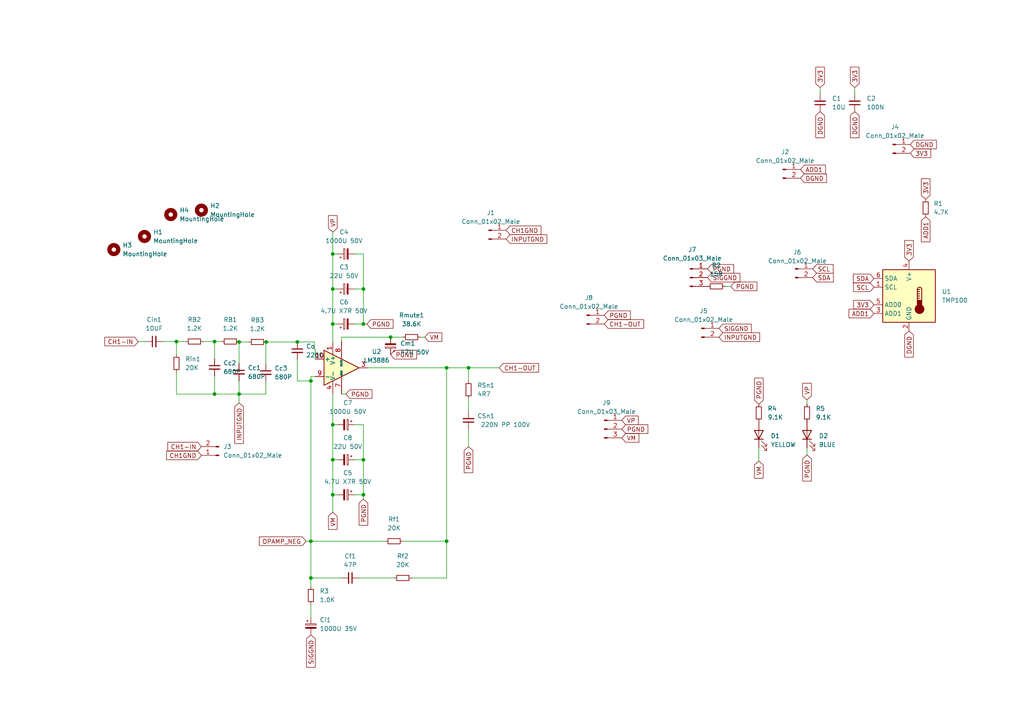
<source format=kicad_sch>
(kicad_sch (version 20230121) (generator eeschema)
  (paper "A4")
  (lib_symbols
    (symbol "Amplifier_Audio:LM3886" (pin_names (offset 0.127))
      (property "Reference" "U" (at 5.08 6.35 0))
      (property "Value" "LM3886" (at 5.08 3.81 0))
      (symbol "LM3886_0_1"
        (polyline (pts (xy -5.08 5.08) (xy 5.08 0) (xy -5.08 -5.08) (xy -5.08 5.08)) (stroke (width 0.254)) (fill (type background)))
      )
      (symbol "LM3886_1_1"
        (pin power_in line (at -2.54 7.62 270) (length 3.81) (name "V+") (number "1"))
        (pin input line (at -7.62 2.54 0) (length 2.54) (name "+") (number "10"))
        (pin no_connect line (at 2.54 2.54 270) (length 2.54) hide (name "NC") (number "11"))
        (pin no_connect line (at -2.54 2.54 270) (length 2.54) hide (name "NC") (number "2"))
        (pin output line (at 7.62 0 180) (length 2.54) (name "~") (number "3"))
        (pin power_in line (at -2.54 -7.62 90) (length 3.81) (name "V-") (number "4"))
        (pin passive line (at -2.54 7.62 270) (length 3.81) hide (name "V+") (number "5"))
        (pin no_connect line (at 0 2.54 270) (length 2.54) hide (name "NC") (number "6"))
        (pin power_in line (at 0 -7.62 90) (length 5.08) (name "GND") (number "7"))
        (pin input line (at 0 7.62 270) (length 5.08) (name "MUTE") (number "8"))
        (pin input line (at -7.62 -2.54 0) (length 2.54) (name "-") (number "9"))
      )
    )
    (symbol "Connector:Conn_01x02_Male" (pin_names (offset 1.016) hide)
      (property "Reference" "J" (at 0 2.54 0))
      (property "Value" "Conn_01x02_Male" (at 0 -5.08 0))
      (symbol "Conn_01x02_Male_1_1"
        (polyline (pts (xy 1.27 -2.54) (xy 0.8636 -2.54)) (stroke (width 0.1524)))
        (polyline (pts (xy 1.27 0) (xy 0.8636 0)) (stroke (width 0.1524)))
        (rectangle (start 0.8636 -2.413) (end 0 -2.667) (stroke (width 0.1524)) (fill (type outline)))
        (rectangle (start 0.8636 0.127) (end 0 -0.127) (stroke (width 0.1524)) (fill (type outline)))
        (pin passive line (at 5.08 0 180) (length 3.81) (name "Pin_1") (number "1"))
        (pin passive line (at 5.08 -2.54 180) (length 3.81) (name "Pin_2") (number "2"))
      )
    )
    (symbol "Connector:Conn_01x03_Male" (pin_names (offset 1.016) hide)
      (property "Reference" "J" (at 0 5.08 0))
      (property "Value" "Conn_01x03_Male" (at 0 -5.08 0))
      (symbol "Conn_01x03_Male_1_1"
        (polyline (pts (xy 1.27 -2.54) (xy 0.8636 -2.54)) (stroke (width 0.1524)))
        (polyline (pts (xy 1.27 0) (xy 0.8636 0)) (stroke (width 0.1524)))
        (polyline (pts (xy 1.27 2.54) (xy 0.8636 2.54)) (stroke (width 0.1524)))
        (rectangle (start 0.8636 -2.413) (end 0 -2.667) (stroke (width 0.1524)) (fill (type outline)))
        (rectangle (start 0.8636 0.127) (end 0 -0.127) (stroke (width 0.1524)) (fill (type outline)))
        (rectangle (start 0.8636 2.667) (end 0 2.413) (stroke (width 0.1524)) (fill (type outline)))
        (pin passive line (at 5.08 2.54 180) (length 3.81) (name "Pin_1") (number "1"))
        (pin passive line (at 5.08 0 180) (length 3.81) (name "Pin_2") (number "2"))
        (pin passive line (at 5.08 -2.54 180) (length 3.81) (name "Pin_3") (number "3"))
      )
    )
    (symbol "Device:C_Polarized_Small" (pin_numbers hide) (pin_names (offset 0.254) hide)
      (property "Reference" "C" (at 0.254 1.778 0))
      (property "Value" "C_Polarized_Small" (at 0.254 -2.032 0))
      (symbol "C_Polarized_Small_0_1"
        (rectangle (start -1.524 -0.3048) (end 1.524 -0.6858) (fill (type outline)))
        (rectangle (start -1.524 0.6858) (end 1.524 0.3048))
        (polyline (pts (xy -1.27 1.524) (xy -0.762 1.524)))
        (polyline (pts (xy -1.016 1.27) (xy -1.016 1.778)))
      )
      (symbol "C_Polarized_Small_1_1"
        (pin passive line (at 0 2.54 270) (length 1.8542) (name "~") (number "1"))
        (pin passive line (at 0 -2.54 90) (length 1.8542) (name "~") (number "2"))
      )
    )
    (symbol "Device:C_Small" (pin_numbers hide) (pin_names (offset 0.254) hide)
      (property "Reference" "C" (at 0.254 1.778 0))
      (property "Value" "C_Small" (at 0.254 -2.032 0))
      (symbol "C_Small_0_1"
        (polyline (pts (xy -1.524 -0.508) (xy 1.524 -0.508)) (stroke (width 0.3302)))
        (polyline (pts (xy -1.524 0.508) (xy 1.524 0.508)) (stroke (width 0.3048)))
      )
      (symbol "C_Small_1_1"
        (pin passive line (at 0 2.54 270) (length 2.032) (name "~") (number "1"))
        (pin passive line (at 0 -2.54 90) (length 2.032) (name "~") (number "2"))
      )
    )
    (symbol "Device:LED" (pin_numbers hide) (pin_names (offset 1.016) hide)
      (property "Reference" "D" (at 0 2.54 0))
      (property "Value" "LED" (at 0 -2.54 0))
      (symbol "LED_0_1"
        (polyline (pts (xy -1.27 -1.27) (xy -1.27 1.27)) (stroke (width 0.254)))
        (polyline (pts (xy -1.27 0) (xy 1.27 0)))
        (polyline (pts (xy 1.27 -1.27) (xy 1.27 1.27) (xy -1.27 0) (xy 1.27 -1.27)) (stroke (width 0.254)))
        (polyline (pts (xy -3.048 -0.762) (xy -4.572 -2.286) (xy -3.81 -2.286) (xy -4.572 -2.286) (xy -4.572 -1.524)))
        (polyline (pts (xy -1.778 -0.762) (xy -3.302 -2.286) (xy -2.54 -2.286) (xy -3.302 -2.286) (xy -3.302 -1.524)))
      )
      (symbol "LED_1_1"
        (pin passive line (at -3.81 0 0) (length 2.54) (name "K") (number "1"))
        (pin passive line (at 3.81 0 180) (length 2.54) (name "A") (number "2"))
      )
    )
    (symbol "Device:R_Small" (pin_numbers hide) (pin_names (offset 0.254) hide)
      (property "Reference" "R" (at 0.762 0.508 0))
      (property "Value" "R_Small" (at 0.762 -1.016 0))
      (symbol "R_Small_0_1"
        (rectangle (start -0.762 1.778) (end 0.762 -1.778) (stroke (width 0.2032)))
      )
      (symbol "R_Small_1_1"
        (pin passive line (at 0 2.54 270) (length 0.762) (name "~") (number "1"))
        (pin passive line (at 0 -2.54 90) (length 0.762) (name "~") (number "2"))
      )
    )
    (symbol "Mechanical:MountingHole" (pin_names (offset 1.016))
      (property "Reference" "H" (at 0 5.08 0))
      (property "Value" "MountingHole" (at 0 3.175 0))
      (symbol "MountingHole_0_1"
        (circle (center 0 0) (radius 1.27) (stroke (width 1.27)))
      )
    )
    (symbol "Sensor_Temperature:TMP100"
      (property "Reference" "U" (at 10.16 6.35 0))
      (property "Value" "TMP100" (at 12.7 3.81 0))
      (symbol "TMP100_0_1"
        (rectangle (start -7.62 7.62) (end 7.62 -7.62) (stroke (width 0.254)) (fill (type background)))
      )
      (symbol "TMP100_1_1"
        (polyline (pts (xy 2.413 -0.635) (xy 3.048 -0.635)) (stroke (width 0.254)))
        (polyline (pts (xy 2.413 0) (xy 3.048 0)) (stroke (width 0.254)))
        (polyline (pts (xy 2.413 0.635) (xy 3.048 0.635)) (stroke (width 0.254)))
        (polyline (pts (xy 2.413 1.27) (xy 3.048 1.27)) (stroke (width 0.254)))
        (polyline (pts (xy 2.413 1.905) (xy 2.413 -1.27)) (stroke (width 0.254)))
        (polyline (pts (xy 2.413 1.905) (xy 3.048 1.905)) (stroke (width 0.254)))
        (polyline (pts (xy 3.683 1.905) (xy 3.683 -1.27)) (stroke (width 0.254)))
        (circle (center 3.048 -3.81) (radius 1.27) (stroke (width 0.254)) (fill (type outline)))
        (rectangle (start 3.683 -3.175) (end 2.413 -1.27) (stroke (width 0.254)) (fill (type outline)))
        (arc (start 3.683 1.905) (mid 3.048 2.5373) (end 2.413 1.905) (stroke (width 0.254)))
        (pin input line (at -10.16 2.54 0) (length 2.54) (name "SCL") (number "1"))
        (pin power_in line (at 0 -10.16 90) (length 2.54) (name "GND") (number "2"))
        (pin input line (at -10.16 -5.08 0) (length 2.54) (name "ADD1") (number "3"))
        (pin power_in line (at 0 10.16 270) (length 2.54) (name "V+") (number "4"))
        (pin input line (at -10.16 -2.54 0) (length 2.54) (name "ADD0") (number "5"))
        (pin bidirectional line (at -10.16 5.08 0) (length 2.54) (name "SDA") (number "6"))
      )
    )
  )
  (junction (at 96.52 83.82))
  (junction (at 129.54 106.68))
  (junction (at 96.52 123.19))
  (junction (at 135.89 106.68))
  (junction (at 62.23 114.3))
  (junction (at 129.54 156.972))
  (junction (at 69.342 114.3))
  (junction (at 90.17 156.972))
  (junction (at 105.41 83.82))
  (junction (at 90.17 167.64))
  (junction (at 90.17 110.49))
  (junction (at 105.41 93.98))
  (junction (at 96.52 73.66))
  (junction (at 51.181 99.06))
  (junction (at 105.41 133.35))
  (junction (at 62.23 99.06))
  (junction (at 96.52 143.51))
  (junction (at 77.216 99.187))
  (junction (at 86.233 99.187))
  (junction (at 96.52 93.98))
  (junction (at 96.52 133.35))
  (junction (at 69.342 99.187))
  (junction (at 105.41 143.51))
  (junction (at 113.284 97.79))
  (wire (pts (xy 90.17 156.972) (xy 90.17 167.64)))
  (wire (pts (xy 116.84 156.972) (xy 129.54 156.972)))
  (wire (pts (xy 102.87 133.35) (xy 105.41 133.35)))
  (wire (pts (xy 105.41 83.82) (xy 105.41 93.98)))
  (wire (pts (xy 62.23 99.06) (xy 64.262 99.06)))
  (wire (pts (xy 135.89 115.57) (xy 135.89 119.38)))
  (wire (pts (xy 90.17 156.972) (xy 111.76 156.972)))
  (wire (pts (xy 121.92 97.79) (xy 123.19 97.79)))
  (wire (pts (xy 51.181 114.3) (xy 62.23 114.3)))
  (wire (pts (xy 135.89 106.68) (xy 135.89 110.49)))
  (wire (pts (xy 88.773 156.972) (xy 90.17 156.972)))
  (wire (pts (xy 77.216 99.187) (xy 86.233 99.187)))
  (wire (pts (xy 91.186 99.187) (xy 91.186 101.346)))
  (wire (pts (xy 96.52 133.35) (xy 96.52 143.51)))
  (wire (pts (xy 91.44 101.346) (xy 91.44 104.14)))
  (wire (pts (xy 77.089 99.187) (xy 77.216 99.187)))
  (wire (pts (xy 96.52 123.19) (xy 96.52 133.35)))
  (wire (pts (xy 91.186 101.346) (xy 91.44 101.346)))
  (wire (pts (xy 69.342 99.187) (xy 72.136 99.187)))
  (wire (pts (xy 105.41 143.51) (xy 105.41 144.78)))
  (wire (pts (xy 77.089 110.617) (xy 77.089 114.3)))
  (wire (pts (xy 129.54 106.68) (xy 129.54 156.972)))
  (wire (pts (xy 96.52 133.35) (xy 97.79 133.35)))
  (wire (pts (xy 129.54 156.972) (xy 129.54 167.64)))
  (wire (pts (xy 237.871 27.305) (xy 237.871 25.4)))
  (wire (pts (xy 105.41 73.66) (xy 105.41 83.82)))
  (wire (pts (xy 77.089 105.537) (xy 77.089 99.187)))
  (wire (pts (xy 90.17 109.22) (xy 90.17 110.49)))
  (wire (pts (xy 119.38 167.64) (xy 129.54 167.64)))
  (wire (pts (xy 69.342 99.187) (xy 69.342 105.41)))
  (wire (pts (xy 69.342 99.187) (xy 69.342 99.06)))
  (wire (pts (xy 105.41 93.98) (xy 106.426 93.98)))
  (wire (pts (xy 113.284 97.79) (xy 116.84 97.79)))
  (wire (pts (xy 96.52 143.51) (xy 97.79 143.51)))
  (wire (pts (xy 99.06 114.3) (xy 100.33 114.3)))
  (wire (pts (xy 102.87 73.66) (xy 105.41 73.66)))
  (wire (pts (xy 247.904 27.305) (xy 247.904 25.4)))
  (wire (pts (xy 86.233 99.187) (xy 91.186 99.187)))
  (wire (pts (xy 40.132 99.06) (xy 42.164 99.06)))
  (wire (pts (xy 99.06 97.79) (xy 113.284 97.79)))
  (wire (pts (xy 58.928 99.06) (xy 62.23 99.06)))
  (wire (pts (xy 86.233 110.49) (xy 86.233 104.267)))
  (wire (pts (xy 51.181 99.06) (xy 51.181 102.87)))
  (wire (pts (xy 129.54 106.68) (xy 135.89 106.68)))
  (wire (pts (xy 96.52 83.82) (xy 97.79 83.82)))
  (wire (pts (xy 99.06 167.64) (xy 90.17 167.64)))
  (wire (pts (xy 69.088 99.187) (xy 69.342 99.187)))
  (wire (pts (xy 102.87 143.51) (xy 105.41 143.51)))
  (wire (pts (xy 62.23 109.093) (xy 62.23 114.3)))
  (wire (pts (xy 105.41 133.35) (xy 105.41 143.51)))
  (wire (pts (xy 90.17 110.49) (xy 90.17 156.972)))
  (wire (pts (xy 96.52 73.66) (xy 96.52 83.82)))
  (wire (pts (xy 96.52 73.66) (xy 97.79 73.66)))
  (wire (pts (xy 105.41 123.19) (xy 105.41 133.35)))
  (wire (pts (xy 135.89 106.68) (xy 144.78 106.68)))
  (wire (pts (xy 77.089 114.3) (xy 69.342 114.3)))
  (wire (pts (xy 220.091 133.731) (xy 220.091 129.921)))
  (wire (pts (xy 234.061 131.953) (xy 234.061 129.921)))
  (wire (pts (xy 51.181 107.95) (xy 51.181 114.3)))
  (wire (pts (xy 47.244 99.06) (xy 51.181 99.06)))
  (wire (pts (xy 91.44 109.22) (xy 90.17 109.22)))
  (wire (pts (xy 96.52 83.82) (xy 96.52 93.98)))
  (wire (pts (xy 135.89 124.46) (xy 135.89 129.54)))
  (wire (pts (xy 96.52 123.19) (xy 97.79 123.19)))
  (wire (pts (xy 69.342 114.3) (xy 69.342 110.49)))
  (wire (pts (xy 99.06 97.79) (xy 99.06 99.06)))
  (wire (pts (xy 102.87 83.82) (xy 105.41 83.82)))
  (wire (pts (xy 210.312 83.058) (xy 211.963 83.058)))
  (wire (pts (xy 90.17 175.26) (xy 90.17 179.07)))
  (wire (pts (xy 90.17 167.64) (xy 90.17 170.18)))
  (wire (pts (xy 102.87 93.98) (xy 105.41 93.98)))
  (wire (pts (xy 96.52 114.3) (xy 96.52 123.19)))
  (wire (pts (xy 106.68 106.68) (xy 129.54 106.68)))
  (wire (pts (xy 96.52 93.98) (xy 97.79 93.98)))
  (wire (pts (xy 96.52 143.51) (xy 96.52 148.59)))
  (wire (pts (xy 62.23 99.06) (xy 62.23 104.013)))
  (wire (pts (xy 69.342 114.3) (xy 69.342 116.84)))
  (wire (pts (xy 104.14 167.64) (xy 114.3 167.64)))
  (wire (pts (xy 90.17 110.49) (xy 86.233 110.49)))
  (wire (pts (xy 102.87 123.19) (xy 105.41 123.19)))
  (wire (pts (xy 234.061 115.951) (xy 234.061 117.221)))
  (wire (pts (xy 51.181 99.06) (xy 53.848 99.06)))
  (wire (pts (xy 96.52 93.98) (xy 96.52 99.06)))
  (wire (pts (xy 96.52 67.31) (xy 96.52 73.66)))
  (wire (pts (xy 62.23 114.3) (xy 69.342 114.3)))
  (global_label "3V3" (shape input) (at 264.033 44.45 0) (property "Intersheetrefs" "${INTERSHEET_REFS}" (effects hide)))
  (global_label "ADD1" (shape input) (at 232.156 49.149 0) (property "Intersheetrefs" "${INTERSHEET_REFS}" (effects hide)))
  (global_label "CH1-OUT" (shape input) (at 144.78 106.68 0) (property "Intersheetrefs" "${INTERSHEET_REFS}" (effects hide)))
  (global_label "VP" (shape input) (at 234.061 115.951 90) (property "Intersheetrefs" "${INTERSHEET_REFS}" (effects hide)))
  (global_label "PGND" (shape input) (at 234.061 131.953 270) (property "Intersheetrefs" "${INTERSHEET_REFS}" (effects hide)))
  (global_label "DGND" (shape input) (at 237.871 32.385 270) (property "Intersheetrefs" "${INTERSHEET_REFS}" (effects hide)))
  (global_label "DGND" (shape input) (at 247.904 32.385 270) (property "Intersheetrefs" "${INTERSHEET_REFS}" (effects hide)))
  (global_label "PGND" (shape input) (at 105.41 144.78 270) (property "Intersheetrefs" "${INTERSHEET_REFS}" (effects hide)))
  (global_label "CH1-IN" (shape input) (at 58.42 129.54 180) (property "Intersheetrefs" "${INTERSHEET_REFS}" (effects hide)))
  (global_label "PGND" (shape input) (at 180.34 124.46 0) (property "Intersheetrefs" "${INTERSHEET_REFS}" (effects hide)))
  (global_label "CH1-IN" (shape input) (at 40.132 99.06 180) (property "Intersheetrefs" "${INTERSHEET_REFS}" (effects hide)))
  (global_label "PGND" (shape input) (at 211.963 83.058 0) (property "Intersheetrefs" "${INTERSHEET_REFS}" (effects hide)))
  (global_label "VP" (shape input) (at 180.34 121.92 0) (property "Intersheetrefs" "${INTERSHEET_REFS}" (effects hide)))
  (global_label "3V3" (shape input) (at 247.904 25.4 90) (property "Intersheetrefs" "${INTERSHEET_REFS}" (effects hide)))
  (global_label "SIGGND" (shape input) (at 90.17 184.15 270) (property "Intersheetrefs" "${INTERSHEET_REFS}" (effects hide)))
  (global_label "SIGGND" (shape input) (at 205.232 80.518 0) (property "Intersheetrefs" "${INTERSHEET_REFS}" (effects hide)))
  (global_label "OPAMP_NEG" (shape input) (at 88.773 156.972 180) (property "Intersheetrefs" "${INTERSHEET_REFS}" (effects hide)))
  (global_label "PGND" (shape input) (at 113.284 102.87 0) (property "Intersheetrefs" "${INTERSHEET_REFS}" (effects hide)))
  (global_label "PGND" (shape input) (at 205.232 77.978 0) (property "Intersheetrefs" "${INTERSHEET_REFS}" (effects hide)))
  (global_label "3V3" (shape input) (at 237.871 25.4 90) (property "Intersheetrefs" "${INTERSHEET_REFS}" (effects hide)))
  (global_label "DGND" (shape input) (at 264.033 41.91 0) (property "Intersheetrefs" "${INTERSHEET_REFS}" (effects hide)))
  (global_label "VM" (shape input) (at 180.34 127 0) (property "Intersheetrefs" "${INTERSHEET_REFS}" (effects hide)))
  (global_label "INPUTGND" (shape input) (at 146.812 69.342 0) (property "Intersheetrefs" "${INTERSHEET_REFS}" (effects hide)))
  (global_label "PGND" (shape input) (at 100.33 114.3 0) (property "Intersheetrefs" "${INTERSHEET_REFS}" (effects hide)))
  (global_label "SDA" (shape input) (at 235.712 80.518 0) (property "Intersheetrefs" "${INTERSHEET_REFS}" (effects hide)))
  (global_label "VM" (shape input) (at 220.091 133.731 270) (property "Intersheetrefs" "${INTERSHEET_REFS}" (effects hide)))
  (global_label "VP" (shape input) (at 96.52 67.31 90) (property "Intersheetrefs" "${INTERSHEET_REFS}" (effects hide)))
  (global_label "SIGGND" (shape input) (at 208.534 95.25 0) (property "Intersheetrefs" "${INTERSHEET_REFS}" (effects hide)))
  (global_label "3V3" (shape input) (at 268.478 57.785 90) (property "Intersheetrefs" "${INTERSHEET_REFS}" (effects hide)))
  (global_label "ADD1" (shape input) (at 268.478 62.865 270) (property "Intersheetrefs" "${INTERSHEET_REFS}" (effects hide)))
  (global_label "3V3" (shape input) (at 253.492 88.392 180) (property "Intersheetrefs" "${INTERSHEET_REFS}" (effects hide)))
  (global_label "PGND" (shape input) (at 220.091 117.221 90) (property "Intersheetrefs" "${INTERSHEET_REFS}" (effects hide)))
  (global_label "CH1GND" (shape input) (at 58.42 132.08 180) (property "Intersheetrefs" "${INTERSHEET_REFS}" (effects hide)))
  (global_label "CH1GND" (shape input) (at 146.812 66.802 0) (property "Intersheetrefs" "${INTERSHEET_REFS}" (effects hide)))
  (global_label "DGND" (shape input) (at 263.652 96.012 270) (property "Intersheetrefs" "${INTERSHEET_REFS}" (effects hide)))
  (global_label "PGND" (shape input) (at 106.426 93.98 0) (property "Intersheetrefs" "${INTERSHEET_REFS}" (effects hide)))
  (global_label "INPUTGND" (shape input) (at 69.342 116.84 270) (property "Intersheetrefs" "${INTERSHEET_REFS}" (effects hide)))
  (global_label "VM" (shape input) (at 123.19 97.79 0) (property "Intersheetrefs" "${INTERSHEET_REFS}" (effects hide)))
  (global_label "VM" (shape input) (at 96.52 148.59 270) (property "Intersheetrefs" "${INTERSHEET_REFS}" (effects hide)))
  (global_label "CH1-OUT" (shape input) (at 175.26 93.98 0) (property "Intersheetrefs" "${INTERSHEET_REFS}" (effects hide)))
  (global_label "3V3" (shape input) (at 263.652 75.692 90) (property "Intersheetrefs" "${INTERSHEET_REFS}" (effects hide)))
  (global_label "SDA" (shape input) (at 253.492 80.772 180) (property "Intersheetrefs" "${INTERSHEET_REFS}" (effects hide)))
  (global_label "SCL" (shape input) (at 235.712 77.978 0) (property "Intersheetrefs" "${INTERSHEET_REFS}" (effects hide)))
  (global_label "ADD1" (shape input) (at 253.492 90.932 180) (property "Intersheetrefs" "${INTERSHEET_REFS}" (effects hide)))
  (global_label "INPUTGND" (shape input) (at 208.534 97.79 0) (property "Intersheetrefs" "${INTERSHEET_REFS}" (effects hide)))
  (global_label "SCL" (shape input) (at 253.492 83.312 180) (property "Intersheetrefs" "${INTERSHEET_REFS}" (effects hide)))
  (global_label "DGND" (shape input) (at 232.156 51.689 0) (property "Intersheetrefs" "${INTERSHEET_REFS}" (effects hide)))
  (global_label "PGND" (shape input) (at 175.26 91.44 0) (property "Intersheetrefs" "${INTERSHEET_REFS}" (effects hide)))
  (global_label "PGND" (shape input) (at 135.89 129.54 270) (property "Intersheetrefs" "${INTERSHEET_REFS}" (effects hide)))
  (symbol (lib_id "Connector:Conn_01x03_Male") (at 175.26 124.46 0) (unit 1)
    (property "Reference" "J9" (at 175.895 116.84 0))
    (property "Value" "Conn_01x03_Male" (at 175.895 119.38 0))
    (property "Footprint" "Connector_JST:JST_VH_B3P-VH-B_1x03_P3.96mm_Vertical" (effects hide))
  )
  (symbol (lib_id "Device:R_Small") (at 234.061 119.761 180) (unit 1)
    (property "Reference" "R5" (at 236.601 118.4909 0) (effects (justify right)))
    (property "Value" "9.1K" (at 236.601 121.0309 0) (effects (justify right)))
    (property "Footprint" "Resistor_SMD:R_0805_2012Metric_Pad1.20x1.40mm_HandSolder" (effects hide))
  )
  (symbol (lib_id "Device:C_Polarized_Small") (at 100.33 143.51 270) (unit 1)
    (property "Reference" "C5" (at 100.8761 137.16 90))
    (property "Value" "4.7U X7R 50V" (at 100.8761 139.7 90))
    (property "Footprint" "Capacitor_SMD:C_1206_3216Metric_Pad1.33x1.80mm_HandSolder" (effects hide))
  )
  (symbol (lib_id "Mechanical:MountingHole") (at 49.53 62.23 0) (unit 1)
    (property "Reference" "H4" (at 52.07 60.9599 0) (effects (justify left)))
    (property "Value" "MountingHole" (at 52.07 63.4999 0) (effects (justify left)))
    (property "Footprint" "MountingHole:MountingHole_3mm" (effects hide))
  )
  (symbol (lib_id "Device:R_Small") (at 207.772 83.058 90) (unit 1)
    (property "Reference" "R2" (at 207.772 76.962 90))
    (property "Value" "15R" (at 207.772 79.502 90))
    (property "Footprint" "Resistor_SMD:R_0805_2012Metric_Pad1.20x1.40mm_HandSolder" (effects hide))
  )
  (symbol (lib_id "Device:C_Polarized_Small") (at 90.17 181.61 0) (unit 1)
    (property "Reference" "Ci1" (at 92.71 179.7938 0) (effects (justify left)))
    (property "Value" "1000U 35V" (at 92.71 182.3338 0) (effects (justify left)))
    (property "Footprint" "Capacitor_THT:CP_Radial_D12.5mm_P5.00mm" (effects hide))
  )
  (symbol (lib_id "Device:R_Small") (at 135.89 113.03 180) (unit 1)
    (property "Reference" "RSn1" (at 138.43 111.7599 0) (effects (justify right)))
    (property "Value" "4R7" (at 138.43 114.2999 0) (effects (justify right)))
    (property "Footprint" "Resistor_THT:R_Axial_DIN0411_L9.9mm_D3.6mm_P12.70mm_Horizontal" (effects hide))
  )
  (symbol (lib_id "Device:R_Small") (at 114.3 156.972 270) (unit 1)
    (property "Reference" "Rf1" (at 114.3 150.622 90))
    (property "Value" "20K" (at 114.3 153.162 90))
    (property "Footprint" "Resistor_SMD:R_1206_3216Metric_Pad1.30x1.75mm_HandSolder" (effects hide))
  )
  (symbol (lib_id "Device:R_Small") (at 268.478 60.325 0) (unit 1)
    (property "Reference" "R1" (at 270.764 59.0549 0) (effects (justify left)))
    (property "Value" "4.7K" (at 270.764 61.5949 0) (effects (justify left)))
    (property "Footprint" "Resistor_SMD:R_0603_1608Metric_Pad0.98x0.95mm_HandSolder" (effects hide))
  )
  (symbol (lib_id "Connector:Conn_01x02_Male") (at 63.5 132.08 180) (unit 1)
    (property "Reference" "J3" (at 64.77 129.5399 0) (effects (justify right)))
    (property "Value" "Conn_01x02_Male" (at 64.77 132.0799 0) (effects (justify right)))
    (property "Footprint" "Connector_JST:JST_PH_B2B-PH-K_1x02_P2.00mm_Vertical" (effects hide))
  )
  (symbol (lib_id "Device:R_Small") (at 90.17 172.72 0) (unit 1)
    (property "Reference" "R3" (at 92.71 171.4499 0) (effects (justify left)))
    (property "Value" "1.0K" (at 92.71 173.9899 0) (effects (justify left)))
    (property "Footprint" "Resistor_SMD:R_1206_3216Metric_Pad1.30x1.75mm_HandSolder" (effects hide))
  )
  (symbol (lib_id "Device:C_Small") (at 44.704 99.06 90) (unit 1)
    (property "Reference" "Cin1" (at 44.7103 92.71 90))
    (property "Value" "10UF" (at 44.7103 95.25 90))
    (property "Footprint" "Capacitor_THT:CP_Radial_D5.0mm_P2.00mm" (effects hide))
  )
  (symbol (lib_id "Mechanical:MountingHole") (at 33.02 72.39 0) (unit 1)
    (property "Reference" "H3" (at 35.56 71.1199 0) (effects (justify left)))
    (property "Value" "MountingHole" (at 35.56 73.6599 0) (effects (justify left)))
    (property "Footprint" "MountingHole:MountingHole_3mm" (effects hide))
  )
  (symbol (lib_id "Device:R_Small") (at 116.84 167.64 270) (unit 1)
    (property "Reference" "Rf2" (at 116.84 161.29 90))
    (property "Value" "20K" (at 116.84 163.83 90))
    (property "Footprint" "Resistor_SMD:R_1206_3216Metric_Pad1.30x1.75mm_HandSolder" (effects hide))
  )
  (symbol (lib_id "Device:R_Small") (at 220.091 119.761 180) (unit 1)
    (property "Reference" "R4" (at 222.631 118.4909 0) (effects (justify right)))
    (property "Value" "9.1K" (at 222.631 121.0309 0) (effects (justify right)))
    (property "Footprint" "Resistor_SMD:R_0805_2012Metric_Pad1.20x1.40mm_HandSolder" (effects hide))
  )
  (symbol (lib_id "Device:C_Small") (at 62.23 106.553 0) (unit 1)
    (property "Reference" "Cc2" (at 64.77 105.2892 0) (effects (justify left)))
    (property "Value" "680P" (at 64.77 107.8292 0) (effects (justify left)))
    (property "Footprint" "Capacitor_SMD:C_1206_3216Metric_Pad1.33x1.80mm_HandSolder" (effects hide))
  )
  (symbol (lib_id "Device:C_Small") (at 237.871 29.845 180) (unit 1)
    (property "Reference" "C1" (at 241.3 28.5685 0) (effects (justify right)))
    (property "Value" "10U" (at 241.3 31.1085 0) (effects (justify right)))
    (property "Footprint" "Resistor_SMD:R_1206_3216Metric_Pad1.30x1.75mm_HandSolder" (effects hide))
  )
  (symbol (lib_id "Mechanical:MountingHole") (at 41.91 68.58 0) (unit 1)
    (property "Reference" "H1" (at 44.45 67.3099 0) (effects (justify left)))
    (property "Value" "MountingHole" (at 44.45 69.8499 0) (effects (justify left)))
    (property "Footprint" "MountingHole:MountingHole_3mm" (effects hide))
  )
  (symbol (lib_id "Connector:Conn_01x02_Male") (at 230.632 77.978 0) (unit 1)
    (property "Reference" "J6" (at 231.267 73.152 0))
    (property "Value" "Conn_01x02_Male" (at 231.267 75.692 0))
    (property "Footprint" "Connector_JST:JST_PH_B2B-PH-K_1x02_P2.00mm_Vertical" (effects hide))
  )
  (symbol (lib_id "Device:LED") (at 220.091 126.111 90) (unit 1)
    (property "Reference" "D1" (at 223.52 126.4284 90) (effects (justify right)))
    (property "Value" "YELLOW" (at 223.52 128.9684 90) (effects (justify right)))
    (property "Footprint" "LED_SMD:LED_0805_2012Metric_Pad1.15x1.40mm_HandSolder" (effects hide))
  )
  (symbol (lib_id "Device:R_Small") (at 51.181 105.41 180) (unit 1)
    (property "Reference" "Rin1" (at 53.721 104.1399 0) (effects (justify right)))
    (property "Value" "20K" (at 53.721 106.6799 0) (effects (justify right)))
    (property "Footprint" "Resistor_SMD:R_1206_3216Metric_Pad1.30x1.75mm_HandSolder" (effects hide))
  )
  (symbol (lib_id "Device:C_Small") (at 101.6 167.64 270) (unit 1)
    (property "Reference" "Cf1" (at 101.5936 161.29 90))
    (property "Value" "47P" (at 101.5936 163.83 90))
    (property "Footprint" "Capacitor_SMD:C_1206_3216Metric_Pad1.33x1.80mm_HandSolder" (effects hide))
  )
  (symbol (lib_id "Connector:Conn_01x02_Male") (at 141.732 66.802 0) (unit 1)
    (property "Reference" "J1" (at 142.367 61.722 0))
    (property "Value" "Conn_01x02_Male" (at 142.367 64.262 0))
    (property "Footprint" "Connector_PinHeader_2.54mm:PinHeader_1x02_P2.54mm_Vertical" (effects hide))
  )
  (symbol (lib_id "Mechanical:MountingHole") (at 58.42 60.96 0) (unit 1)
    (property "Reference" "H2" (at 60.96 59.6899 0) (effects (justify left)))
    (property "Value" "MountingHole" (at 60.96 62.2299 0) (effects (justify left)))
    (property "Footprint" "MountingHole:MountingHole_3mm" (effects hide))
  )
  (symbol (lib_id "Connector:Conn_01x02_Male") (at 170.18 91.44 0) (unit 1)
    (property "Reference" "J8" (at 170.815 86.36 0))
    (property "Value" "Conn_01x02_Male" (at 170.815 88.9 0))
    (property "Footprint" "Connector_JST:JST_VH_B2P-VH_1x02_P3.96mm_Vertical" (effects hide))
  )
  (symbol (lib_id "Connector:Conn_01x02_Male") (at 203.454 95.25 0) (unit 1)
    (property "Reference" "J5" (at 204.089 90.17 0))
    (property "Value" "Conn_01x02_Male" (at 204.089 92.71 0))
    (property "Footprint" "Connector_PinHeader_2.54mm:PinHeader_1x02_P2.54mm_Vertical" (effects hide))
  )
  (symbol (lib_id "Device:C_Polarized_Small") (at 100.33 83.82 90) (unit 1)
    (property "Reference" "C3" (at 99.7839 77.47 90))
    (property "Value" "22U 50V" (at 99.7839 80.01 90))
    (property "Footprint" "Capacitor_THT:CP_Radial_D6.3mm_P2.50mm" (effects hide))
  )
  (symbol (lib_id "Connector:Conn_01x02_Male") (at 258.953 41.91 0) (unit 1)
    (property "Reference" "J4" (at 259.588 36.83 0))
    (property "Value" "Conn_01x02_Male" (at 259.588 39.37 0))
    (property "Footprint" "Connector_JST:JST_PH_B2B-PH-K_1x02_P2.00mm_Vertical" (effects hide))
  )
  (symbol (lib_id "Device:C_Small") (at 247.904 29.845 180) (unit 1)
    (property "Reference" "C2" (at 251.333 28.5685 0) (effects (justify right)))
    (property "Value" "100N" (at 251.333 31.1085 0) (effects (justify right)))
    (property "Footprint" "Resistor_SMD:R_0805_2012Metric_Pad1.20x1.40mm_HandSolder" (effects hide))
  )
  (symbol (lib_id "Device:C_Small") (at 86.233 101.727 0) (unit 1)
    (property "Reference" "Co" (at 88.773 100.4632 0) (effects (justify left)))
    (property "Value" "220O" (at 88.773 103.0032 0) (effects (justify left)))
    (property "Footprint" "Capacitor_SMD:C_1206_3216Metric_Pad1.33x1.80mm_HandSolder" (effects hide))
  )
  (symbol (lib_id "Device:C_Small") (at 135.89 121.92 180) (unit 1)
    (property "Reference" "CSn1" (at 138.43 120.6435 0) (effects (justify right)))
    (property "Value" " 220N PP 100V" (at 138.43 123.1835 0) (effects (justify right)))
    (property "Footprint" "Capacitor_THT:C_Rect_L18.0mm_W7.0mm_P15.00mm_FKS3_FKP3" (effects hide))
  )
  (symbol (lib_id "Device:R_Small") (at 56.388 99.06 90) (unit 1)
    (property "Reference" "RB2" (at 56.388 92.71 90))
    (property "Value" "1.2K" (at 56.388 95.25 90))
    (property "Footprint" "Resistor_SMD:R_1206_3216Metric_Pad1.30x1.75mm_HandSolder" (effects hide))
  )
  (symbol (lib_id "Amplifier_Audio:LM3886") (at 99.06 106.68 0) (unit 1)
    (property "Reference" "U2" (at 109.22 101.981 0))
    (property "Value" "LM3886" (at 109.22 104.521 0))
    (property "Footprint" "Package_TO_SOT_THT:TO-220-11_P3.4x5.08mm_StaggerOdd_Lead4.85mm_Vertical" (effects hide))
    (property "Datasheet" "http://www.ti.com/lit/ds/symlink/lm3886.pdf" (effects hide))
  )
  (symbol (lib_id "Device:C_Polarized_Small") (at 113.284 100.33 180) (unit 1)
    (property "Reference" "Cm1" (at 116.078 99.606 0) (effects (justify right)))
    (property "Value" "47U 50V" (at 116.078 102.146 0) (effects (justify right)))
    (property "Footprint" "Capacitor_THT:CP_Radial_D6.3mm_P2.50mm" (effects hide))
  )
  (symbol (lib_id "Device:LED") (at 234.061 126.111 90) (unit 1)
    (property "Reference" "D2" (at 237.49 126.4284 90) (effects (justify right)))
    (property "Value" "BLUE" (at 237.49 128.9684 90) (effects (justify right)))
    (property "Footprint" "LED_SMD:LED_0805_2012Metric_Pad1.15x1.40mm_HandSolder" (effects hide))
  )
  (symbol (lib_id "Device:C_Polarized_Small") (at 100.33 93.98 90) (unit 1)
    (property "Reference" "C6" (at 99.7839 87.63 90))
    (property "Value" "4.7U X7R 50V" (at 99.7839 90.17 90))
    (property "Footprint" "Capacitor_SMD:C_1206_3216Metric_Pad1.33x1.80mm_HandSolder" (effects hide))
  )
  (symbol (lib_id "Device:R_Small") (at 119.38 97.79 90) (unit 1)
    (property "Reference" "Rmute1" (at 119.38 91.44 90))
    (property "Value" "38.6K" (at 119.38 93.98 90))
    (property "Footprint" "Resistor_SMD:R_1206_3216Metric_Pad1.30x1.75mm_HandSolder" (effects hide))
  )
  (symbol (lib_id "Connector:Conn_01x02_Male") (at 227.076 49.149 0) (unit 1)
    (property "Reference" "J2" (at 227.711 44.069 0))
    (property "Value" "Conn_01x02_Male" (at 227.711 46.609 0))
    (property "Footprint" "Connector_PinHeader_2.54mm:PinHeader_1x02_P2.54mm_Vertical" (effects hide))
  )
  (symbol (lib_id "Device:R_Small") (at 66.802 99.06 90) (unit 1)
    (property "Reference" "RB1" (at 66.802 92.71 90))
    (property "Value" "1.2K" (at 66.802 95.25 90))
    (property "Footprint" "Resistor_SMD:R_1206_3216Metric_Pad1.30x1.75mm_HandSolder" (effects hide))
  )
  (symbol (lib_id "Connector:Conn_01x03_Male") (at 200.152 80.518 0) (unit 1)
    (property "Reference" "J7" (at 200.787 72.39 0))
    (property "Value" "Conn_01x03_Male" (at 200.787 74.93 0))
    (property "Footprint" "Connector_PinHeader_2.54mm:PinHeader_1x03_P2.54mm_Vertical" (effects hide))
  )
  (symbol (lib_id "Device:C_Polarized_Small") (at 100.33 123.19 270) (unit 1)
    (property "Reference" "C7" (at 100.8761 116.84 90))
    (property "Value" "1000U 50V" (at 100.8761 119.38 90))
    (property "Footprint" "Capacitor_THT:CP_Radial_D12.5mm_P5.00mm" (effects hide))
  )
  (symbol (lib_id "Device:C_Polarized_Small") (at 100.33 133.35 270) (unit 1)
    (property "Reference" "C8" (at 100.8761 127 90))
    (property "Value" "22U 50V" (at 100.8761 129.54 90))
    (property "Footprint" "Capacitor_THT:CP_Radial_D6.3mm_P2.50mm" (effects hide))
  )
  (symbol (lib_id "Device:C_Small") (at 77.089 108.077 0) (unit 1)
    (property "Reference" "Cc3" (at 79.629 106.8132 0) (effects (justify left)))
    (property "Value" "680P" (at 79.629 109.3532 0) (effects (justify left)))
    (property "Footprint" "Capacitor_SMD:C_1206_3216Metric_Pad1.33x1.80mm_HandSolder" (effects hide))
  )
  (symbol (lib_id "Device:C_Small") (at 69.342 107.95 0) (unit 1)
    (property "Reference" "Cc1" (at 71.882 106.6862 0) (effects (justify left)))
    (property "Value" "680P" (at 71.882 109.2262 0) (effects (justify left)))
    (property "Footprint" "Capacitor_SMD:C_1206_3216Metric_Pad1.33x1.80mm_HandSolder" (effects hide))
  )
  (symbol (lib_id "Device:R_Small") (at 74.676 99.187 90) (unit 1)
    (property "Reference" "RB3" (at 74.676 92.837 90))
    (property "Value" "1.2K" (at 74.676 95.377 90))
    (property "Footprint" "Resistor_SMD:R_1206_3216Metric_Pad1.30x1.75mm_HandSolder" (effects hide))
  )
  (symbol (lib_id "Device:C_Polarized_Small") (at 100.33 73.66 90) (unit 1)
    (property "Reference" "C4" (at 99.7839 67.31 90))
    (property "Value" "1000U 50V" (at 99.7839 69.85 90))
    (property "Footprint" "Capacitor_THT:CP_Radial_D12.5mm_P5.00mm" (effects hide))
  )
  (symbol (lib_id "Sensor_Temperature:TMP100") (at 263.652 85.852 0) (unit 1)
    (property "Reference" "U1" (at 273.177 84.5819 0) (effects (justify left)))
    (property "Value" "TMP100" (at 273.177 87.1219 0) (effects (justify left)))
    (property "Footprint" "Package_TO_SOT_SMD:SOT-23-6" (effects hide))
    (property "Datasheet" "http://www.ti.com/lit/gpn/tmp100" (effects hide))
  )
)
</source>
